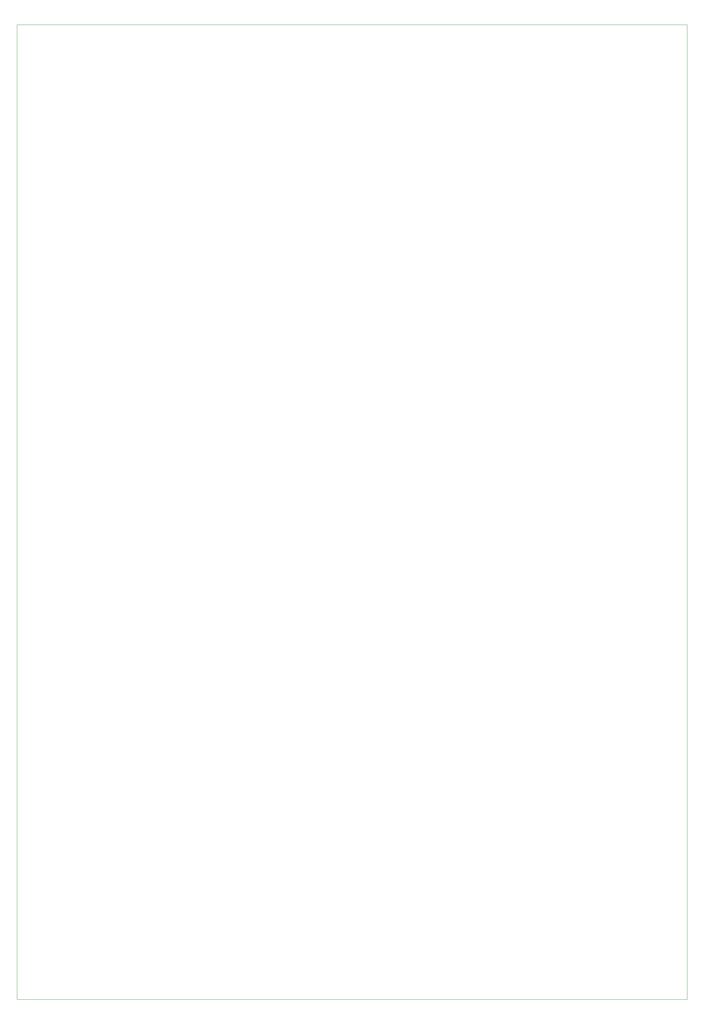
<source format=gm1>
G04 #@! TF.GenerationSoftware,KiCad,Pcbnew,7.0.9*
G04 #@! TF.CreationDate,2024-12-30T15:01:03+01:00*
G04 #@! TF.ProjectId,lightning-map,6c696768-746e-4696-9e67-2d6d61702e6b,rev?*
G04 #@! TF.SameCoordinates,Original*
G04 #@! TF.FileFunction,Profile,NP*
%FSLAX46Y46*%
G04 Gerber Fmt 4.6, Leading zero omitted, Abs format (unit mm)*
G04 Created by KiCad (PCBNEW 7.0.9) date 2024-12-30 15:01:03*
%MOMM*%
%LPD*%
G01*
G04 APERTURE LIST*
G04 #@! TA.AperFunction,Profile*
%ADD10C,0.100000*%
G04 #@! TD*
G04 APERTURE END LIST*
D10*
X385000000Y-81000000D02*
X207500000Y-81000000D01*
X385000000Y-339000000D02*
X385000000Y-81000000D01*
X207500000Y-339000000D02*
X385000000Y-339000000D01*
X207500000Y-81000000D02*
X207500000Y-339000000D01*
M02*

</source>
